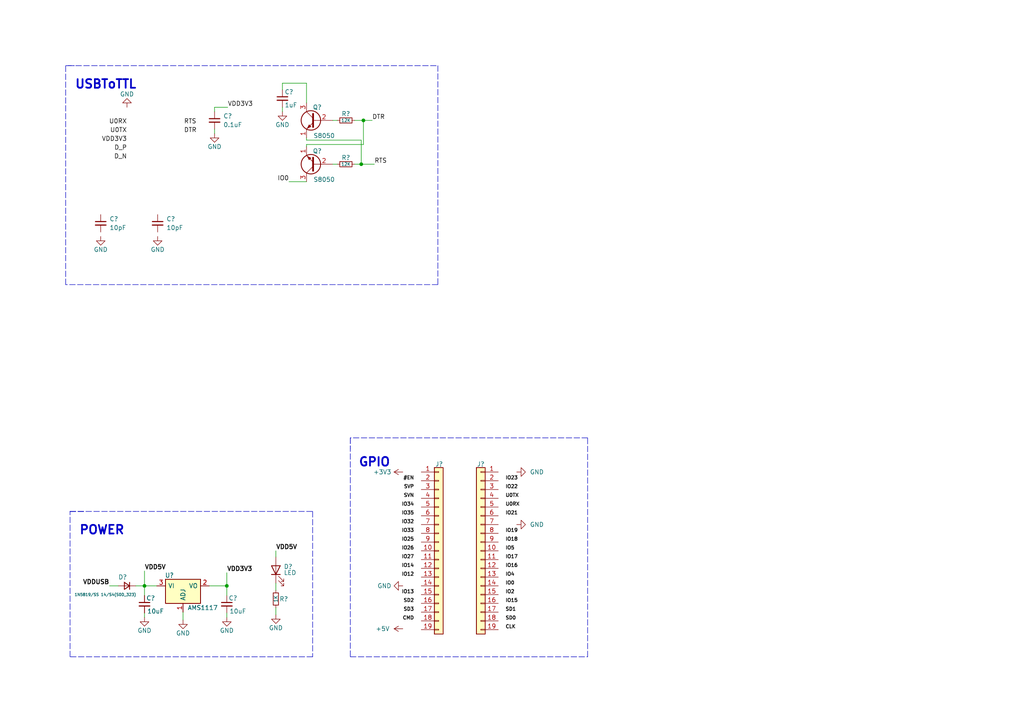
<source format=kicad_sch>
(kicad_sch (version 20211123) (generator eeschema)
  (paper "A4")
  (lib_symbols
    (symbol "Connector_Generic:Conn_01x19" (pin_names (offset 1.016) hide)
      (property "Reference" "J" (at 0 25.4 0))
      (property "Value" "Conn_01x19" (at 0 -25.4 0))
      (symbol "Conn_01x19_1_1"
        (rectangle (start -1.27 -22.733) (end 0 -22.987) (stroke (width 0.1524)))
        (rectangle (start -1.27 -20.193) (end 0 -20.447) (stroke (width 0.1524)))
        (rectangle (start -1.27 -17.653) (end 0 -17.907) (stroke (width 0.1524)))
        (rectangle (start -1.27 -15.113) (end 0 -15.367) (stroke (width 0.1524)))
        (rectangle (start -1.27 -12.573) (end 0 -12.827) (stroke (width 0.1524)))
        (rectangle (start -1.27 -10.033) (end 0 -10.287) (stroke (width 0.1524)))
        (rectangle (start -1.27 -7.493) (end 0 -7.747) (stroke (width 0.1524)))
        (rectangle (start -1.27 -4.953) (end 0 -5.207) (stroke (width 0.1524)))
        (rectangle (start -1.27 -2.413) (end 0 -2.667) (stroke (width 0.1524)))
        (rectangle (start -1.27 0.127) (end 0 -0.127) (stroke (width 0.1524)))
        (rectangle (start -1.27 2.667) (end 0 2.413) (stroke (width 0.1524)))
        (rectangle (start -1.27 5.207) (end 0 4.953) (stroke (width 0.1524)))
        (rectangle (start -1.27 7.747) (end 0 7.493) (stroke (width 0.1524)))
        (rectangle (start -1.27 10.287) (end 0 10.033) (stroke (width 0.1524)))
        (rectangle (start -1.27 12.827) (end 0 12.573) (stroke (width 0.1524)))
        (rectangle (start -1.27 15.367) (end 0 15.113) (stroke (width 0.1524)))
        (rectangle (start -1.27 17.907) (end 0 17.653) (stroke (width 0.1524)))
        (rectangle (start -1.27 20.447) (end 0 20.193) (stroke (width 0.1524)))
        (rectangle (start -1.27 22.987) (end 0 22.733) (stroke (width 0.1524)))
        (rectangle (start -1.27 24.13) (end 1.27 -24.13) (stroke (width 0.254)) (fill (type background)))
        (pin passive line (at -5.08 22.86 0) (length 3.81) (name "Pin_1") (number "1"))
        (pin passive line (at -5.08 0 0) (length 3.81) (name "Pin_10") (number "10"))
        (pin passive line (at -5.08 -2.54 0) (length 3.81) (name "Pin_11") (number "11"))
        (pin passive line (at -5.08 -5.08 0) (length 3.81) (name "Pin_12") (number "12"))
        (pin passive line (at -5.08 -7.62 0) (length 3.81) (name "Pin_13") (number "13"))
        (pin passive line (at -5.08 -10.16 0) (length 3.81) (name "Pin_14") (number "14"))
        (pin passive line (at -5.08 -12.7 0) (length 3.81) (name "Pin_15") (number "15"))
        (pin passive line (at -5.08 -15.24 0) (length 3.81) (name "Pin_16") (number "16"))
        (pin passive line (at -5.08 -17.78 0) (length 3.81) (name "Pin_17") (number "17"))
        (pin passive line (at -5.08 -20.32 0) (length 3.81) (name "Pin_18") (number "18"))
        (pin passive line (at -5.08 -22.86 0) (length 3.81) (name "Pin_19") (number "19"))
        (pin passive line (at -5.08 20.32 0) (length 3.81) (name "Pin_2") (number "2"))
        (pin passive line (at -5.08 17.78 0) (length 3.81) (name "Pin_3") (number "3"))
        (pin passive line (at -5.08 15.24 0) (length 3.81) (name "Pin_4") (number "4"))
        (pin passive line (at -5.08 12.7 0) (length 3.81) (name "Pin_5") (number "5"))
        (pin passive line (at -5.08 10.16 0) (length 3.81) (name "Pin_6") (number "6"))
        (pin passive line (at -5.08 7.62 0) (length 3.81) (name "Pin_7") (number "7"))
        (pin passive line (at -5.08 5.08 0) (length 3.81) (name "Pin_8") (number "8"))
        (pin passive line (at -5.08 2.54 0) (length 3.81) (name "Pin_9") (number "9"))
      )
    )
    (symbol "Device:C_Small" (pin_numbers hide) (pin_names (offset 0.254) hide)
      (property "Reference" "C" (at 0.254 1.778 0))
      (property "Value" "C_Small" (at 0.254 -2.032 0))
      (symbol "C_Small_0_1"
        (polyline (pts (xy -1.524 -0.508) (xy 1.524 -0.508)) (stroke (width 0.3302)))
        (polyline (pts (xy -1.524 0.508) (xy 1.524 0.508)) (stroke (width 0.3048)))
      )
      (symbol "C_Small_1_1"
        (pin passive line (at 0 2.54 270) (length 2.032) (name "~") (number "1"))
        (pin passive line (at 0 -2.54 90) (length 2.032) (name "~") (number "2"))
      )
    )
    (symbol "Device:D_Small" (pin_numbers hide) (pin_names (offset 0.254) hide)
      (property "Reference" "D" (at -1.27 2.032 0))
      (property "Value" "D_Small" (at -3.81 -2.032 0))
      (symbol "D_Small_0_1"
        (polyline (pts (xy -0.762 -1.016) (xy -0.762 1.016)) (stroke (width 0.254)))
        (polyline (pts (xy -0.762 0) (xy 0.762 0)))
        (polyline (pts (xy 0.762 -1.016) (xy -0.762 0) (xy 0.762 1.016) (xy 0.762 -1.016)) (stroke (width 0.254)))
      )
      (symbol "D_Small_1_1"
        (pin passive line (at -2.54 0 0) (length 1.778) (name "K") (number "1"))
        (pin passive line (at 2.54 0 180) (length 1.778) (name "A") (number "2"))
      )
    )
    (symbol "Device:LED" (pin_numbers hide) (pin_names (offset 1.016) hide)
      (property "Reference" "D" (at 0 2.54 0))
      (property "Value" "LED" (at 0 -2.54 0))
      (symbol "LED_0_1"
        (polyline (pts (xy -1.27 -1.27) (xy -1.27 1.27)) (stroke (width 0.254)))
        (polyline (pts (xy -1.27 0) (xy 1.27 0)))
        (polyline (pts (xy 1.27 -1.27) (xy 1.27 1.27) (xy -1.27 0) (xy 1.27 -1.27)) (stroke (width 0.254)))
        (polyline (pts (xy -3.048 -0.762) (xy -4.572 -2.286) (xy -3.81 -2.286) (xy -4.572 -2.286) (xy -4.572 -1.524)))
        (polyline (pts (xy -1.778 -0.762) (xy -3.302 -2.286) (xy -2.54 -2.286) (xy -3.302 -2.286) (xy -3.302 -1.524)))
      )
      (symbol "LED_1_1"
        (pin passive line (at -3.81 0 0) (length 2.54) (name "K") (number "1"))
        (pin passive line (at 3.81 0 180) (length 2.54) (name "A") (number "2"))
      )
    )
    (symbol "Device:R_Small" (pin_numbers hide) (pin_names (offset 0.254) hide)
      (property "Reference" "R" (at 0.762 0.508 0))
      (property "Value" "R_Small" (at 0.762 -1.016 0))
      (symbol "R_Small_0_1"
        (rectangle (start -0.762 1.778) (end 0.762 -1.778) (stroke (width 0.2032)))
      )
      (symbol "R_Small_1_1"
        (pin passive line (at 0 2.54 270) (length 0.762) (name "~") (number "1"))
        (pin passive line (at 0 -2.54 90) (length 0.762) (name "~") (number "2"))
      )
    )
    (symbol "Regulator_Linear:AMS1117" (pin_names (offset 0.762))
      (property "Reference" "U" (at -3.81 3.175 0))
      (property "Value" "AMS1117" (at 0 3.175 0))
      (symbol "AMS1117_0_1"
        (rectangle (start -5.08 -5.08) (end 5.08 1.905) (stroke (width 0.254)) (fill (type background)))
      )
      (symbol "AMS1117_1_1"
        (pin input line (at 0 -7.62 90) (length 2.54) (name "ADJ") (number "1"))
        (pin power_out line (at 7.62 0 180) (length 2.54) (name "VO") (number "2"))
        (pin power_in line (at -7.62 0 0) (length 2.54) (name "VI") (number "3"))
      )
    )
    (symbol "Transistor_BJT:S8050" (pin_names (offset 0) hide)
      (property "Reference" "Q" (at 5.08 1.905 0))
      (property "Value" "S8050" (at 5.08 0 0))
      (symbol "S8050_0_1"
        (polyline (pts (xy 0 0) (xy 0.635 0)))
        (polyline (pts (xy 0.635 0.635) (xy 2.54 2.54)))
        (polyline (pts (xy 0.635 -0.635) (xy 2.54 -2.54) (xy 2.54 -2.54)))
        (polyline (pts (xy 0.635 1.905) (xy 0.635 -1.905) (xy 0.635 -1.905)) (stroke (width 0.508)))
        (polyline (pts (xy 1.27 -1.778) (xy 1.778 -1.27) (xy 2.286 -2.286) (xy 1.27 -1.778) (xy 1.27 -1.778)) (fill (type outline)))
        (circle (center 1.27 0) (radius 2.8194) (stroke (width 0.254)))
      )
      (symbol "S8050_1_1"
        (pin passive line (at 2.54 -5.08 90) (length 2.54) (name "E") (number "1"))
        (pin input line (at -5.08 0 0) (length 5.08) (name "B") (number "2"))
        (pin passive line (at 2.54 5.08 270) (length 2.54) (name "C") (number "3"))
      )
    )
    (symbol "power:+3.3V" (power) (pin_names (offset 0))
      (property "Value" "+3.3V" (at 0 3.556 0))
      (symbol "+3.3V_0_1"
        (polyline (pts (xy -0.762 1.27) (xy 0 2.54)))
        (polyline (pts (xy 0 0) (xy 0 2.54)))
        (polyline (pts (xy 0 2.54) (xy 0.762 1.27)))
      )
      (symbol "+3.3V_1_1"
        (pin power_in line (at 0 0 90) (length 0) hide (name "+3V3") (number "1"))
      )
    )
    (symbol "power:+5V" (power) (pin_names (offset 0))
      (property "Value" "+5V" (at 0 3.556 0))
      (symbol "+5V_0_1"
        (polyline (pts (xy -0.762 1.27) (xy 0 2.54)))
        (polyline (pts (xy 0 0) (xy 0 2.54)))
        (polyline (pts (xy 0 2.54) (xy 0.762 1.27)))
      )
      (symbol "+5V_1_1"
        (pin power_in line (at 0 0 90) (length 0) hide (name "+5V") (number "1"))
      )
    )
    (symbol "power:GND" (power) (pin_names (offset 0))
      (property "Value" "GND" (at 0 -3.81 0))
      (symbol "GND_0_1"
        (polyline (pts (xy 0 0) (xy 0 -1.27) (xy 1.27 -1.27) (xy 0 -2.54) (xy -1.27 -1.27) (xy 0 -1.27)))
      )
      (symbol "GND_1_1"
        (pin power_in line (at 0 0 270) (length 0) hide (name "GND") (number "1"))
      )
    )
  )
  (junction (at 41.91 169.926))
  (junction (at 104.775 47.625))
  (junction (at 105.41 34.925))
  (junction (at 65.786 169.926))
  (polyline (pts (xy 90.678 148.336) (xy 90.678 190.5)))
  (wire (pts (xy 41.91 169.926) (xy 45.466 169.926)))
  (polyline (pts (xy 170.434 190.5) (xy 170.434 127)))
  (polyline (pts (xy 19.05 19.05) (xy 21.59 19.05)))
  (wire (pts (xy 80.01 176.276) (xy 80.01 178.308)))
  (wire (pts (xy 88.9 40.005) (xy 88.9 40.64)))
  (wire (pts (xy 102.87 34.925) (xy 105.41 34.925)))
  (wire (pts (xy 41.91 165.608) (xy 41.91 169.926)))
  (polyline (pts (xy 101.6 127) (xy 101.6 130.302)))
  (wire (pts (xy 41.91 169.926) (xy 41.91 172.72)))
  (polyline (pts (xy 170.434 127) (xy 101.6 127)))
  (wire (pts (xy 65.786 166.116) (xy 65.786 169.926)))
  (polyline (pts (xy 20.32 148.336) (xy 24.765 148.336)))
  (wire (pts (xy 62.23 32.385) (xy 62.23 31.115)))
  (wire (pts (xy 104.775 47.625) (xy 108.585 47.625)))
  (wire (pts (xy 88.9 41.91) (xy 88.9 42.545)))
  (polyline (pts (xy 127 82.55) (xy 19.05 82.55)))
  (polyline (pts (xy 19.685 19.05) (xy 127 19.05)))
  (wire (pts (xy 96.52 47.625) (xy 97.79 47.625)))
  (wire (pts (xy 88.9 24.13) (xy 88.9 29.845)))
  (wire (pts (xy 53.086 177.546) (xy 53.086 179.832)))
  (wire (pts (xy 81.915 31.115) (xy 81.915 32.385)))
  (wire (pts (xy 65.786 177.8) (xy 65.786 179.07)))
  (wire (pts (xy 81.915 26.035) (xy 81.915 24.13)))
  (wire (pts (xy 31.75 169.926) (xy 34.29 169.926)))
  (polyline (pts (xy 127 19.05) (xy 127 82.55)))
  (wire (pts (xy 65.786 169.926) (xy 65.786 172.72)))
  (wire (pts (xy 80.01 159.766) (xy 80.01 161.544)))
  (polyline (pts (xy 20.32 190.5) (xy 20.32 148.336)))
  (polyline (pts (xy 19.05 82.55) (xy 19.05 19.05)))
  (polyline (pts (xy 101.6 127) (xy 101.6 190.5)))
  (wire (pts (xy 105.41 34.925) (xy 105.41 41.91)))
  (wire (pts (xy 39.37 169.926) (xy 41.91 169.926)))
  (wire (pts (xy 60.706 169.926) (xy 65.786 169.926)))
  (wire (pts (xy 81.915 24.13) (xy 88.9 24.13)))
  (wire (pts (xy 62.23 31.115) (xy 66.04 31.115)))
  (wire (pts (xy 80.01 169.164) (xy 80.01 171.196)))
  (wire (pts (xy 105.41 41.91) (xy 88.9 41.91)))
  (polyline (pts (xy 101.6 190.5) (xy 170.434 190.5)))
  (polyline (pts (xy 90.678 190.5) (xy 20.32 190.5)))
  (wire (pts (xy 83.82 52.705) (xy 88.9 52.705)))
  (wire (pts (xy 104.775 40.64) (xy 104.775 47.625)))
  (wire (pts (xy 105.41 34.925) (xy 107.95 34.925)))
  (wire (pts (xy 96.52 34.925) (xy 97.79 34.925)))
  (wire (pts (xy 102.87 47.625) (xy 104.775 47.625)))
  (wire (pts (xy 62.23 37.465) (xy 62.23 38.735)))
  (wire (pts (xy 88.9 40.64) (xy 104.775 40.64)))
  (wire (pts (xy 41.91 177.8) (xy 41.91 179.07)))
  (polyline (pts (xy 20.32 148.336) (xy 90.678 148.336)))
  (text "USBToTTL" (at 21.59 26.035 0) (effects (font (size 2.5 2.5) (thickness 0.5) bold) (justify left bottom)))
  (text "POWER" (at 22.86 155.321 0) (effects (font (size 2.5 2.5) (thickness 0.5) bold) (justify left bottom)))
  (text "GPIO" (at 103.886 135.636 0) (effects (font (size 2.5 2.5) (thickness 0.5) bold) (justify left bottom)))
  (label "IO17" (at 146.558 162.306 0) (effects (font (size 1 1) bold)))
  (label "IO0" (at 83.82 52.705 180))
  (label "IO25" (at 120.142 157.226 180) (effects (font (size 1 1) bold)))
  (label "U0RX" (at 36.83 36.195 180))
  (label "IO19" (at 146.558 154.686 0) (effects (font (size 1 1) bold)))
  (label "RTS" (at 108.585 47.625 0))
  (label "IO21" (at 146.558 149.606 0) (effects (font (size 1 1) bold)))
  (label "IO4" (at 146.558 167.386 0) (effects (font (size 1 1) bold)))
  (label "VDD5V" (at 80.01 159.766 0) (effects (font bold)))
  (label "IO26" (at 120.142 159.766 180) (effects (font (size 1 1) bold)))
  (label "VDD3V3" (at 66.04 31.115 0))
  (label "IO14" (at 120.142 164.846 180) (effects (font (size 1 1) bold)))
  (label "#EN" (at 120.142 139.446 180) (effects (font (size 1 1) bold)))
  (label "IO34" (at 120.142 147.066 180) (effects (font (size 1 1) bold)))
  (label "SD2" (at 120.142 175.006 180) (effects (font (size 1 1) bold)))
  (label "IO12" (at 120.142 167.386 180) (effects (font (size 1 1) bold)))
  (label "VDDUSB" (at 31.75 169.926 180) (effects (font bold)))
  (label "IO15" (at 146.558 175.006 0) (effects (font (size 1 1) bold)))
  (label "IO33" (at 120.142 154.686 180) (effects (font (size 1 1) bold)))
  (label "IO0" (at 146.558 169.926 0) (effects (font (size 1 1) bold)))
  (label "DTR" (at 53.34 38.735 0))
  (label "IO5" (at 146.558 159.766 0) (effects (font (size 1 1) bold)))
  (label "IO22" (at 146.558 141.986 0) (effects (font (size 1 1) bold)))
  (label "IO18" (at 146.558 157.226 0) (effects (font (size 1 1) bold)))
  (label "VDD3V3" (at 36.83 41.275 180))
  (label "CLK" (at 146.558 182.626 0) (effects (font (size 1 1) bold)))
  (label "VDD5V" (at 41.91 165.608 0) (effects (font bold)))
  (label "IO32" (at 120.142 152.146 180) (effects (font (size 1 1) bold)))
  (label "U0TX" (at 36.83 38.735 180))
  (label "IO27" (at 120.142 162.306 180) (effects (font (size 1 1) bold)))
  (label "IO2" (at 146.558 172.466 0) (effects (font (size 1 1) bold)))
  (label "IO13" (at 120.142 172.466 180) (effects (font (size 1 1) bold)))
  (label "IO16" (at 146.558 164.846 0) (effects (font (size 1 1) bold)))
  (label "DTR" (at 107.95 34.925 0))
  (label "IO35" (at 120.142 149.606 180) (effects (font (size 1 1) bold)))
  (label "SVN" (at 120.142 144.526 180) (effects (font (size 1 1) bold)))
  (label "SD3" (at 120.142 177.546 180) (effects (font (size 1 1) bold)))
  (label "RTS" (at 53.34 36.195 0))
  (label "IO23" (at 146.558 139.446 0) (effects (font (size 1 1) bold)))
  (label "VDD3V3" (at 65.786 166.116 0) (effects (font bold)))
  (label "U0TX" (at 146.558 144.526 0) (effects (font (size 1 1) bold)))
  (label "D_N" (at 36.83 46.355 180))
  (label "U0RX" (at 146.558 147.066 0) (effects (font (size 1 1) bold)))
  (label "SD0" (at 146.558 180.086 0) (effects (font (size 1 1) bold)))
  (label "SD1" (at 146.558 177.546 0) (effects (font (size 1 1) bold)))
  (label "SVP" (at 120.142 141.986 180) (effects (font (size 1 1) bold)))
  (label "CMD" (at 120.142 180.086 180) (effects (font (size 1 1) bold)))
  (label "D_P" (at 36.83 43.815 180))
  (symbol (lib_id "Connector_Generic:Conn_01x19") (at 127.254 159.766 0) (unit 1)
    (property "Reference" "J?" (at 126.238 134.62 0) (effects (justify left)))
    (property "Value" "Conn_01x19" (effects hide))
  )
  (symbol (lib_id "Device:C_Small") (at 45.72 64.77 0) (unit 1)
    (property "Reference" "C?" (at 48.26 63.5062 0) (effects (justify left)))
    (property "Value" "10pF" (at 48.26 66.0462 0) (effects (justify left)))
  )
  (symbol (lib_id "Device:C_Small") (at 62.23 34.925 0) (unit 1)
    (property "Reference" "C?" (at 64.77 33.6612 0) (effects (justify left)))
    (property "Value" "0.1uF" (at 64.77 36.2012 0) (effects (justify left)))
  )
  (symbol (lib_id "power:GND") (at 80.01 178.308 0) (unit 1)
    (property "Reference" "#PWR?" (effects hide))
    (property "Value" "GND" (at 80.01 182.118 0))
  )
  (symbol (lib_id "power:GND") (at 149.86 152.146 90) (unit 1)
    (property "Reference" "#PWR?" (effects hide))
    (property "Value" "GND" (at 153.67 152.1459 90) (effects (justify right)))
  )
  (symbol (lib_id "power:GND") (at 116.84 169.926 270) (unit 1)
    (property "Reference" "#PWR?" (effects hide))
    (property "Value" "GND" (at 113.538 169.9259 90) (effects (justify right)))
  )
  (symbol (lib_id "power:GND") (at 41.91 179.07 0) (unit 1)
    (property "Reference" "#PWR?" (effects hide))
    (property "Value" "GND" (at 41.91 182.88 0))
  )
  (symbol (lib_id "Transistor_BJT:S8050") (at 91.44 47.625 180) (unit 1)
    (property "Reference" "Q?" (at 93.345 43.815 0) (effects (justify left)))
    (property "Value" "S8050" (at 97.155 52.07 0) (effects (justify left)))
    (property "Footprint" "Package_TO_SOT_THT:TO-92_Inline" (effects hide))
    (property "Datasheet" "http://www.unisonic.com.tw/datasheet/S8050.pdf" (effects hide))
  )
  (symbol (lib_id "power:GND") (at 53.086 179.832 0) (unit 1)
    (property "Reference" "#PWR?" (effects hide))
    (property "Value" "GND" (at 53.086 183.642 0))
  )
  (symbol (lib_id "Device:C_Small") (at 81.915 28.575 0) (unit 1)
    (property "Reference" "C?" (at 82.55 26.67 0) (effects (justify left)))
    (property "Value" "1uF" (at 82.55 30.48 0) (effects (justify left)))
  )
  (symbol (lib_id "Device:R_Small") (at 80.01 173.736 0) (unit 1)
    (property "Reference" "R?" (at 81.026 173.736 0) (effects (justify left)))
    (property "Value" "1K" (at 80.01 174.752 90) (effects (font (size 1 1)) (justify left)))
  )
  (symbol (lib_id "Device:C_Small") (at 41.91 175.26 0) (unit 1)
    (property "Reference" "C?" (at 42.418 173.482 0) (effects (justify left)))
    (property "Value" "10uF" (at 42.672 177.292 0) (effects (justify left)))
  )
  (symbol (lib_id "Device:LED") (at 80.01 165.354 90) (unit 1)
    (property "Reference" "D?" (at 82.296 164.338 90) (effects (justify right)))
    (property "Value" "LED" (at 82.296 166.116 90) (effects (justify right)))
  )
  (symbol (lib_id "power:GND") (at 149.86 136.906 90) (unit 1)
    (property "Reference" "#PWR?" (effects hide))
    (property "Value" "GND" (at 153.67 136.9059 90) (effects (justify right)))
  )
  (symbol (lib_id "Transistor_BJT:S8050") (at 91.44 34.925 0) (mirror y) (unit 1)
    (property "Reference" "Q?" (at 93.345 31.115 0) (effects (justify left)))
    (property "Value" "S8050" (at 97.155 39.37 0) (effects (justify left)))
    (property "Footprint" "Package_TO_SOT_THT:TO-92_Inline" (effects hide))
    (property "Datasheet" "http://www.unisonic.com.tw/datasheet/S8050.pdf" (effects hide))
  )
  (symbol (lib_id "Connector_Generic:Conn_01x19") (at 139.446 159.766 0) (mirror y) (unit 1)
    (property "Reference" "J?" (at 139.446 134.62 0))
    (property "Value" "Conn_01x19" (effects hide))
  )
  (symbol (lib_id "Device:R_Small") (at 100.33 47.625 90) (unit 1)
    (property "Reference" "R?" (at 100.33 45.72 90))
    (property "Value" "12K" (at 100.33 47.625 90) (effects (font (size 0.9 0.9))))
  )
  (symbol (lib_id "power:+5V") (at 116.84 182.372 90) (unit 1)
    (property "Reference" "#PWR?" (effects hide))
    (property "Value" "+5V" (at 113.03 182.3719 90) (effects (justify left)))
  )
  (symbol (lib_id "power:GND") (at 29.21 68.58 0) (unit 1)
    (property "Reference" "#PWR?" (effects hide))
    (property "Value" "GND" (at 29.21 72.39 0))
  )
  (symbol (lib_id "Device:C_Small") (at 65.786 175.26 0) (unit 1)
    (property "Reference" "C?" (at 66.294 173.482 0) (effects (justify left)))
    (property "Value" "10uF" (at 66.548 177.292 0) (effects (justify left)))
  )
  (symbol (lib_id "power:+3.3V") (at 116.84 136.906 90) (unit 1)
    (property "Reference" "#PWR?" (effects hide))
    (property "Value" "+3.3V" (at 113.538 136.9059 90) (effects (justify left)))
  )
  (symbol (lib_id "Device:R_Small") (at 100.33 34.925 90) (unit 1)
    (property "Reference" "R?" (at 100.33 33.02 90))
    (property "Value" "12K" (at 100.33 34.925 90) (effects (font (size 0.9 0.9))))
  )
  (symbol (lib_id "Device:C_Small") (at 29.21 64.77 0) (unit 1)
    (property "Reference" "C?" (at 31.75 63.5062 0) (effects (justify left)))
    (property "Value" "10pF" (at 31.75 66.0462 0) (effects (justify left)))
  )
  (symbol (lib_id "Device:D_Small") (at 36.83 169.926 180) (unit 1)
    (property "Reference" "D?" (at 34.29 167.386 0) (effects (justify right)))
    (property "Value" "1N5819/SS 14/S4(S0D_323)" (at 21.59 172.466 0) (effects (font (size 0.8 0.8)) (justify right)))
  )
  (symbol (lib_id "power:GND") (at 36.83 31.115 180) (unit 1)
    (property "Reference" "#PWR?" (effects hide))
    (property "Value" "GND" (at 36.83 27.305 0))
  )
  (symbol (lib_id "Regulator_Linear:AMS1117") (at 53.086 169.926 0) (unit 1)
    (property "Reference" "U?" (at 49.149 166.878 0))
    (property "Value" "AMS1117" (at 58.801 176.276 0))
    (property "Footprint" "Package_TO_SOT_SMD:SOT-223-3_TabPin2" (effects hide))
    (property "Datasheet" "http://www.advanced-monolithic.com/pdf/ds1117.pdf" (effects hide))
  )
  (symbol (lib_id "power:GND") (at 62.23 38.735 0) (unit 1)
    (property "Reference" "#PWR?" (effects hide))
    (property "Value" "GND" (at 62.23 42.545 0))
  )
  (symbol (lib_id "power:GND") (at 65.786 179.07 0) (unit 1)
    (property "Reference" "#PWR?" (effects hide))
    (property "Value" "GND" (at 65.786 182.88 0))
  )
  (symbol (lib_id "power:GND") (at 45.72 68.58 0) (unit 1)
    (property "Reference" "#PWR?" (effects hide))
    (property "Value" "GND" (at 45.72 72.39 0))
  )
  (symbol (lib_id "power:GND") (at 81.915 32.385 0) (unit 1)
    (property "Reference" "#PWR?" (effects hide))
    (property "Value" "GND" (at 81.915 36.195 0))
  )
)
</source>
